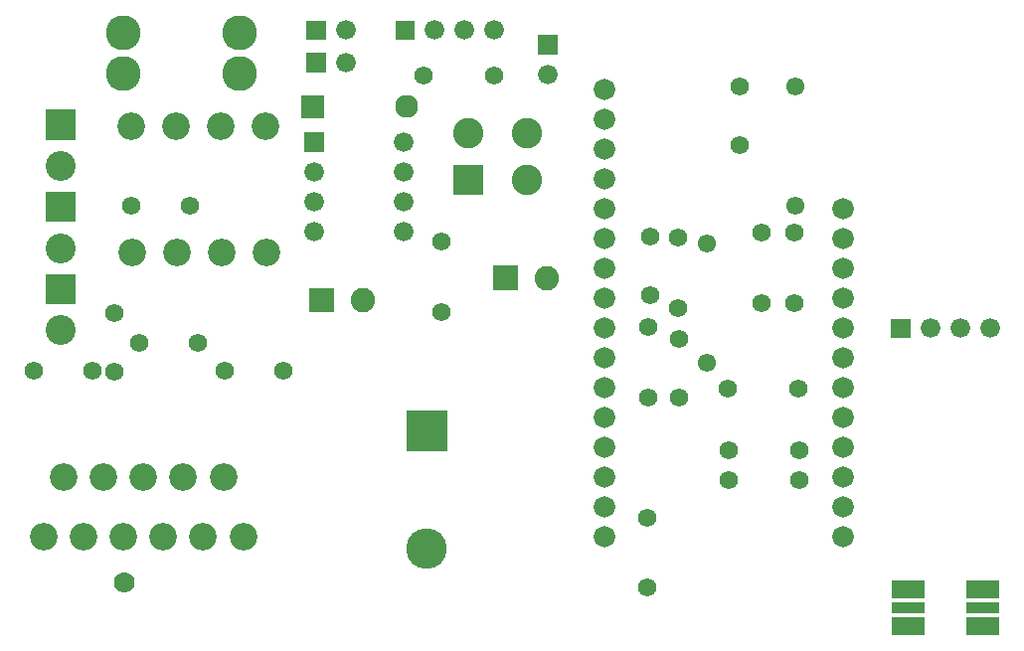
<source format=gbr>
G04 start of page 5 for group -4063 idx -4063 *
G04 Title: (unknown), componentmask *
G04 Creator: pcb 20140316 *
G04 CreationDate: Sun 28 Jan 2018 11:29:02 PM GMT UTC *
G04 For: jeff *
G04 Format: Gerber/RS-274X *
G04 PCB-Dimensions (mm): 85.50 53.98 *
G04 PCB-Coordinate-Origin: lower left *
%MOMM*%
%FSLAX43Y43*%
%LNTOPMASK*%
%ADD103R,0.889X0.889*%
%ADD102R,1.524X1.524*%
%ADD101C,1.549*%
%ADD100C,2.552*%
%ADD99C,3.454*%
%ADD98C,1.778*%
%ADD97C,2.083*%
%ADD96C,2.591*%
%ADD95C,1.829*%
%ADD94C,1.575*%
%ADD93C,1.956*%
%ADD92C,1.676*%
%ADD91C,0.002*%
%ADD90C,2.337*%
%ADD89C,2.972*%
G54D89*X9000Y48296D03*
Y51725D03*
X18906D03*
Y48296D03*
G54D90*X17310Y43775D03*
X13500D03*
X9690D03*
G54D91*G36*
X2370Y45197D02*Y42645D01*
X4922D01*
Y45197D01*
X2370D01*
G37*
G54D92*X38080Y51975D03*
G54D93*X33120Y45475D03*
G54D92*X40620Y51975D03*
G54D91*G36*
X32162Y52813D02*Y51137D01*
X33838D01*
Y52813D01*
X32162D01*
G37*
G54D92*X35540Y51975D03*
G54D94*X34570Y48145D03*
X15354Y25321D03*
X10354D03*
G54D91*G36*
X24622Y50063D02*Y48387D01*
X26298D01*
Y50063D01*
X24622D01*
G37*
G54D92*X28000Y49225D03*
G54D91*G36*
X24622Y52813D02*Y51137D01*
X26298D01*
Y52813D01*
X24622D01*
G37*
G54D92*X28000Y51975D03*
G54D91*G36*
X24142Y46453D02*Y44497D01*
X26098D01*
Y46453D01*
X24142D01*
G37*
G54D90*X21120Y43775D03*
G54D91*G36*
X24412Y43313D02*Y41637D01*
X26088D01*
Y43313D01*
X24412D01*
G37*
G54D92*X25250Y39935D03*
Y37395D03*
Y34855D03*
G54D95*X49967Y46914D03*
Y44374D03*
Y41834D03*
Y39294D03*
G54D94*X40570Y48145D03*
G54D96*X38370Y43225D03*
X43370D03*
Y39225D03*
G54D91*G36*
X37075Y40520D02*Y37930D01*
X39665D01*
Y40520D01*
X37075D01*
G37*
G36*
X44292Y51563D02*Y49887D01*
X45968D01*
Y51563D01*
X44292D01*
G37*
G54D92*X45130Y48185D03*
X32870Y34855D03*
Y37395D03*
Y39935D03*
Y42475D03*
G54D94*X36120Y33975D03*
Y27975D03*
G54D91*G36*
X40529Y31916D02*Y29834D01*
X42611D01*
Y31916D01*
X40529D01*
G37*
G54D97*X45070Y30875D03*
G54D98*X9120Y4975D03*
G54D90*X7304Y13942D03*
X9005Y8862D03*
X5602D03*
X2198D03*
X12409D03*
X15813D03*
X10707Y13942D03*
X14111D03*
X19216Y8862D03*
X17514Y13942D03*
G54D94*X17620Y22975D03*
G54D90*X3900Y13942D03*
G54D94*X1370Y22975D03*
X6370D03*
G54D91*G36*
X24829Y30016D02*Y27934D01*
X26911D01*
Y30016D01*
X24829D01*
G37*
G54D97*X29370Y28975D03*
G54D99*X34866Y7841D03*
G54D90*X21220Y33075D03*
G54D94*X22620Y22975D03*
G54D90*X17410Y33075D03*
X13600D03*
X9790D03*
G54D94*X8246Y22921D03*
Y27921D03*
X9646Y37029D03*
X14646D03*
G54D91*G36*
X2370Y31197D02*Y28645D01*
X4922D01*
Y31197D01*
X2370D01*
G37*
G54D100*X3646Y33421D03*
Y26421D03*
G54D91*G36*
X2370Y38197D02*Y35645D01*
X4922D01*
Y38197D01*
X2370D01*
G37*
G54D100*X3646Y40421D03*
G54D94*X53714Y20673D03*
X66488Y21445D03*
X60488D03*
X56300Y20675D03*
X60596Y16221D03*
X53620Y10475D03*
Y4475D03*
X60546Y13621D03*
G54D95*X70287Y11354D03*
Y8814D03*
X49967Y21514D03*
Y13894D03*
Y11354D03*
Y8814D03*
G54D91*G36*
X33139Y19568D02*Y16114D01*
X36593D01*
Y19568D01*
X33139D01*
G37*
G54D95*X49967Y18974D03*
Y16434D03*
G54D94*X66120Y34725D03*
X66546Y13621D03*
X66596Y16221D03*
X63346Y34713D03*
Y28713D03*
G54D101*X66250Y37065D03*
G54D94*X66120Y28725D03*
G54D95*X70287Y29134D03*
Y26594D03*
Y36754D03*
Y34214D03*
Y31674D03*
G54D91*G36*
X74362Y27413D02*Y25737D01*
X76038D01*
Y27413D01*
X74362D01*
G37*
G54D92*X77740Y26575D03*
X80280D03*
X82820D03*
G54D95*X70287Y24054D03*
Y21514D03*
Y18974D03*
Y16434D03*
Y13894D03*
G54D101*X66250Y47225D03*
G54D94*X61500Y42225D03*
Y47225D03*
X53714Y26673D03*
X56300Y25675D03*
X56283Y34320D03*
Y28320D03*
X53854Y29436D03*
Y34436D03*
G54D95*X49967Y36754D03*
Y34214D03*
Y31674D03*
Y29134D03*
Y26594D03*
Y24054D03*
G54D101*X58734Y33813D03*
Y23653D03*
G54D102*X75215Y4350D02*X76485D01*
G54D103*X74898Y2762D02*X76802D01*
G54D102*X75215Y1175D02*X76485D01*
X81565D02*X82835D01*
G54D103*X81248Y2762D02*X83152D01*
G54D102*X81565Y4350D02*X82835D01*
M02*

</source>
